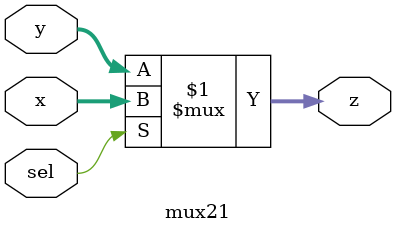
<source format=sv>
module top_module(
    input [31:0] a,
    input [31:0] b,
    output [31:0] sum
);
    
    wire W0;
    wire [15:0] W1, W2;
    add16 I0(.a(a[15:0]), .b(b[15:0]), .sum(sum[15:0]), .cin(1'b0), .cout(W0));
    add16 I1(.a(a[31:16]), .b(b[31:16]), .sum(W1), .cin(1'b1), .cout(1'b0));
    add16 I2(.a(a[31:16]), .b(b[31:16]), .sum(W2), .cin(1'b0), .cout(1'b0));
    mux21 I3(.x(W1), .y(W2), .z(sum[31:16]), .sel(W0));
    
endmodule

module mux21(
    
    input sel,
    input [15:0] x, y,
    output [15:0] z);
    
    assign z = sel? x:y; 
    
endmodule
</source>
